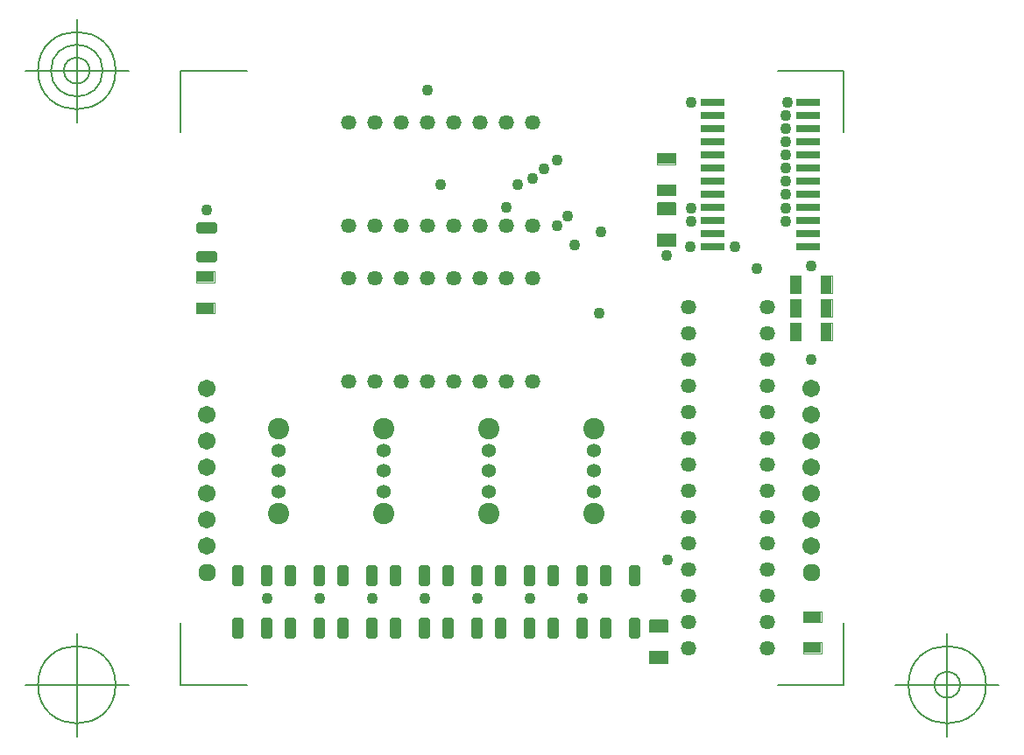
<source format=gbr>
G04 Generated by Ultiboard 11.0 *
%FSLAX25Y25*%
%MOIN*%

%ADD10C,0.00500*%
%ADD11C,0.04337*%
%ADD12C,0.05737*%
%ADD13R,0.02251X0.05834*%
%ADD14C,0.02066*%
%ADD15C,0.08099*%
%ADD16C,0.05343*%
%ADD17C,0.06734*%
%ADD18R,0.02083X0.02083*%
%ADD19C,0.04317*%
%ADD20R,0.06890X0.04134*%
%ADD21C,0.00400*%
%ADD22R,0.05834X0.02251*%
%ADD23R,0.07087X0.04528*%
%ADD24R,0.08661X0.02362*%
%ADD25R,0.04134X0.06890*%


G04 ColorRGB FF00CC for the following layer *
%LNSolder Mask Top*%
%LPD*%
%FSLAX25Y25*%
%MOIN*%
G54D10*
X2500Y-1500D02*
X2500Y21900D01*
X2500Y-1500D02*
X27750Y-1500D01*
X255000Y-1500D02*
X229750Y-1500D01*
X255000Y-1500D02*
X255000Y21900D01*
X255000Y232500D02*
X255000Y209100D01*
X255000Y232500D02*
X229750Y232500D01*
X2500Y232500D02*
X27750Y232500D01*
X2500Y232500D02*
X2500Y209100D01*
X-17185Y-1500D02*
X-56555Y-1500D01*
X-36870Y-21185D02*
X-36870Y18185D01*
X-51634Y-1500D02*
G75*
D01*
G02X-51634Y-1500I14764J0*
G01*
X274685Y-1500D02*
X314055Y-1500D01*
X294370Y-21185D02*
X294370Y18185D01*
X279606Y-1500D02*
G75*
D01*
G02X279606Y-1500I14764J0*
G01*
X289449Y-1500D02*
G75*
D01*
G02X289449Y-1500I4921J0*
G01*
X-17185Y232500D02*
X-56555Y232500D01*
X-36870Y212815D02*
X-36870Y252185D01*
X-51634Y232500D02*
G75*
D01*
G02X-51634Y232500I14764J0*
G01*
X-46713Y232500D02*
G75*
D01*
G02X-46713Y232500I9843J0*
G01*
X-41791Y232500D02*
G75*
D01*
G02X-41791Y232500I4921J0*
G01*
G54D11*
X126500Y180500D03*
X35500Y31500D03*
X55500Y31500D03*
X95500Y31500D03*
X75500Y31500D03*
X115500Y31500D03*
X12500Y179500D03*
X101500Y189000D03*
X96500Y225000D03*
X188000Y46000D03*
X155500Y31500D03*
X135500Y31500D03*
X242500Y122500D03*
X187500Y162000D03*
X136500Y191500D03*
X131000Y189000D03*
X146000Y173500D03*
X152500Y166000D03*
X150000Y177000D03*
X162000Y140000D03*
X162500Y171000D03*
X141000Y195000D03*
X146000Y198500D03*
X233000Y190500D03*
X222000Y157000D03*
X197000Y175000D03*
X196500Y165500D03*
X197000Y180000D03*
X213500Y165500D03*
X242500Y158000D03*
X233000Y175000D03*
X233000Y180000D03*
X233000Y185500D03*
X197000Y220500D03*
X233500Y220500D03*
X233000Y205500D03*
X233000Y200500D03*
X233000Y195500D03*
X233000Y215500D03*
X233000Y210500D03*
G54D12*
X126500Y114000D03*
X126500Y153370D03*
X66500Y114000D03*
X96500Y114000D03*
X76500Y114000D03*
X86500Y114000D03*
X106500Y114000D03*
X116500Y114000D03*
X66500Y153370D03*
X96500Y153370D03*
X76500Y153370D03*
X86500Y153370D03*
X106500Y153370D03*
X116500Y153370D03*
X136500Y114000D03*
X136500Y153370D03*
X126500Y173500D03*
X126500Y212870D03*
X66500Y173500D03*
X66500Y212870D03*
X96500Y173500D03*
X76500Y173500D03*
X86500Y173500D03*
X106500Y173500D03*
X116500Y173500D03*
X96500Y212870D03*
X76500Y212870D03*
X86500Y212870D03*
X106500Y212870D03*
X116500Y212870D03*
X136500Y173500D03*
X136500Y212870D03*
X196000Y62500D03*
X226000Y62500D03*
X196000Y32500D03*
X196000Y12500D03*
X196000Y22500D03*
X196000Y42500D03*
X196000Y52500D03*
X226000Y32500D03*
X226000Y12500D03*
X226000Y22500D03*
X226000Y42500D03*
X226000Y52500D03*
X196000Y92500D03*
X196000Y72500D03*
X196000Y82500D03*
X196000Y112500D03*
X196000Y102500D03*
X196000Y122500D03*
X226000Y92500D03*
X226000Y72500D03*
X226000Y82500D03*
X226000Y112500D03*
X226000Y102500D03*
X226000Y122500D03*
X196000Y142500D03*
X196000Y132500D03*
X226000Y142500D03*
X226000Y132500D03*
G54D13*
X124500Y20000D03*
X135500Y20000D03*
X124500Y40000D03*
X135500Y40000D03*
X64500Y20000D03*
X75500Y20000D03*
X64500Y40000D03*
X75500Y40000D03*
X24500Y20000D03*
X35500Y20000D03*
X24500Y40000D03*
X35500Y40000D03*
X44500Y20000D03*
X55500Y20000D03*
X44500Y40000D03*
X55500Y40000D03*
X95500Y20000D03*
X84500Y20000D03*
X95500Y40000D03*
X84500Y40000D03*
X104500Y20000D03*
X115500Y20000D03*
X104500Y40000D03*
X115500Y40000D03*
X155500Y20000D03*
X144500Y20000D03*
X155500Y40000D03*
X144500Y40000D03*
X175500Y20000D03*
X164500Y20000D03*
X175500Y40000D03*
X164500Y40000D03*
G54D14*
X123375Y17083D02*
X125625Y17083D01*
X125625Y22917D01*
X123375Y22917D01*
X123375Y17083D01*D02*
X134375Y17083D02*
X136625Y17083D01*
X136625Y22917D01*
X134375Y22917D01*
X134375Y17083D01*D02*
X123375Y37083D02*
X125625Y37083D01*
X125625Y42917D01*
X123375Y42917D01*
X123375Y37083D01*D02*
X134375Y37083D02*
X136625Y37083D01*
X136625Y42917D01*
X134375Y42917D01*
X134375Y37083D01*D02*
X63375Y17083D02*
X65625Y17083D01*
X65625Y22917D01*
X63375Y22917D01*
X63375Y17083D01*D02*
X74375Y17083D02*
X76625Y17083D01*
X76625Y22917D01*
X74375Y22917D01*
X74375Y17083D01*D02*
X63375Y37083D02*
X65625Y37083D01*
X65625Y42917D01*
X63375Y42917D01*
X63375Y37083D01*D02*
X74375Y37083D02*
X76625Y37083D01*
X76625Y42917D01*
X74375Y42917D01*
X74375Y37083D01*D02*
X23375Y17083D02*
X25625Y17083D01*
X25625Y22917D01*
X23375Y22917D01*
X23375Y17083D01*D02*
X34375Y17083D02*
X36625Y17083D01*
X36625Y22917D01*
X34375Y22917D01*
X34375Y17083D01*D02*
X23375Y37083D02*
X25625Y37083D01*
X25625Y42917D01*
X23375Y42917D01*
X23375Y37083D01*D02*
X34375Y37083D02*
X36625Y37083D01*
X36625Y42917D01*
X34375Y42917D01*
X34375Y37083D01*D02*
X43375Y17083D02*
X45625Y17083D01*
X45625Y22917D01*
X43375Y22917D01*
X43375Y17083D01*D02*
X54375Y17083D02*
X56625Y17083D01*
X56625Y22917D01*
X54375Y22917D01*
X54375Y17083D01*D02*
X43375Y37083D02*
X45625Y37083D01*
X45625Y42917D01*
X43375Y42917D01*
X43375Y37083D01*D02*
X54375Y37083D02*
X56625Y37083D01*
X56625Y42917D01*
X54375Y42917D01*
X54375Y37083D01*D02*
X94375Y17083D02*
X96625Y17083D01*
X96625Y22917D01*
X94375Y22917D01*
X94375Y17083D01*D02*
X83375Y17083D02*
X85625Y17083D01*
X85625Y22917D01*
X83375Y22917D01*
X83375Y17083D01*D02*
X94375Y37083D02*
X96625Y37083D01*
X96625Y42917D01*
X94375Y42917D01*
X94375Y37083D01*D02*
X83375Y37083D02*
X85625Y37083D01*
X85625Y42917D01*
X83375Y42917D01*
X83375Y37083D01*D02*
X103375Y17083D02*
X105625Y17083D01*
X105625Y22917D01*
X103375Y22917D01*
X103375Y17083D01*D02*
X114375Y17083D02*
X116625Y17083D01*
X116625Y22917D01*
X114375Y22917D01*
X114375Y17083D01*D02*
X103375Y37083D02*
X105625Y37083D01*
X105625Y42917D01*
X103375Y42917D01*
X103375Y37083D01*D02*
X114375Y37083D02*
X116625Y37083D01*
X116625Y42917D01*
X114375Y42917D01*
X114375Y37083D01*D02*
X9583Y160375D02*
X15417Y160375D01*
X15417Y162625D01*
X9583Y162625D01*
X9583Y160375D01*D02*
X9583Y171375D02*
X15417Y171375D01*
X15417Y173625D01*
X9583Y173625D01*
X9583Y171375D01*D02*
X154375Y17083D02*
X156625Y17083D01*
X156625Y22917D01*
X154375Y22917D01*
X154375Y17083D01*D02*
X143375Y17083D02*
X145625Y17083D01*
X145625Y22917D01*
X143375Y22917D01*
X143375Y17083D01*D02*
X154375Y37083D02*
X156625Y37083D01*
X156625Y42917D01*
X154375Y42917D01*
X154375Y37083D01*D02*
X143375Y37083D02*
X145625Y37083D01*
X145625Y42917D01*
X143375Y42917D01*
X143375Y37083D01*D02*
X174375Y17083D02*
X176625Y17083D01*
X176625Y22917D01*
X174375Y22917D01*
X174375Y17083D01*D02*
X163375Y17083D02*
X165625Y17083D01*
X165625Y22917D01*
X163375Y22917D01*
X163375Y17083D01*D02*
X174375Y37083D02*
X176625Y37083D01*
X176625Y42917D01*
X174375Y42917D01*
X174375Y37083D01*D02*
X163375Y37083D02*
X165625Y37083D01*
X165625Y42917D01*
X163375Y42917D01*
X163375Y37083D01*D02*
G54D15*
X120000Y63858D03*
X120000Y96142D03*
X40000Y63858D03*
X40000Y96142D03*
X80000Y63858D03*
X80000Y96142D03*
X160000Y63858D03*
X160000Y96142D03*
G54D16*
X120000Y80000D03*
X120000Y72126D03*
X120000Y87874D03*
X40000Y80000D03*
X40000Y72126D03*
X40000Y87874D03*
X80000Y87874D03*
X80000Y72126D03*
X80000Y80000D03*
X160000Y87874D03*
X160000Y72126D03*
X160000Y80000D03*
G54D17*
X12500Y61500D03*
X12500Y51500D03*
X12500Y91500D03*
X12500Y71500D03*
X12500Y81500D03*
X12500Y111500D03*
X12500Y101500D03*
X242500Y61500D03*
X242500Y51500D03*
X242500Y91500D03*
X242500Y81500D03*
X242500Y71500D03*
X242500Y111500D03*
X242500Y101500D03*
G54D18*
X12500Y41500D03*
X242500Y41500D03*
G54D19*
X11459Y40459D02*
X13541Y40459D01*
X13541Y42541D01*
X11459Y42541D01*
X11459Y40459D01*D02*
X241459Y40459D02*
X243541Y40459D01*
X243541Y42541D01*
X241459Y42541D01*
X241459Y40459D01*D02*
G54D20*
X12000Y153906D03*
X12000Y142094D03*
X243000Y12594D03*
X243000Y24406D03*
X187500Y198906D03*
X187500Y187094D03*
G54D21*
X8555Y151839D02*
X15445Y151839D01*
X15445Y155973D01*
X8555Y155973D01*
X8555Y151839D01*D02*
X8555Y140027D02*
X15445Y140027D01*
X15445Y144161D01*
X8555Y144161D01*
X8555Y140027D01*D02*
X180957Y6830D02*
X188043Y6830D01*
X188043Y11358D01*
X180957Y11358D01*
X180957Y6830D01*D02*
X180957Y18642D02*
X188043Y18642D01*
X188043Y23170D01*
X180957Y23170D01*
X180957Y18642D01*D02*
X239555Y10527D02*
X246445Y10527D01*
X246445Y14661D01*
X239555Y14661D01*
X239555Y10527D01*D02*
X239555Y22339D02*
X246445Y22339D01*
X246445Y26473D01*
X239555Y26473D01*
X239555Y22339D01*D02*
X184055Y196839D02*
X190945Y196839D01*
X190945Y200973D01*
X184055Y200973D01*
X184055Y196839D01*D02*
X184055Y185027D02*
X190945Y185027D01*
X190945Y189161D01*
X184055Y189161D01*
X184055Y185027D01*D02*
X183957Y165830D02*
X191043Y165830D01*
X191043Y170358D01*
X183957Y170358D01*
X183957Y165830D01*D02*
X183957Y177642D02*
X191043Y177642D01*
X191043Y182170D01*
X183957Y182170D01*
X183957Y177642D01*D02*
X200560Y189319D02*
X209220Y189319D01*
X209220Y191681D01*
X200560Y191681D01*
X200560Y189319D01*D02*
X236780Y189319D02*
X245440Y189319D01*
X245440Y191681D01*
X236780Y191681D01*
X236780Y189319D01*D02*
X200560Y174319D02*
X209220Y174319D01*
X209220Y176681D01*
X200560Y176681D01*
X200560Y174319D01*D02*
X200560Y169319D02*
X209220Y169319D01*
X209220Y171681D01*
X200560Y171681D01*
X200560Y169319D01*D02*
X200560Y164319D02*
X209220Y164319D01*
X209220Y166681D01*
X200560Y166681D01*
X200560Y164319D01*D02*
X200560Y184319D02*
X209220Y184319D01*
X209220Y186681D01*
X200560Y186681D01*
X200560Y184319D01*D02*
X200560Y179319D02*
X209220Y179319D01*
X209220Y181681D01*
X200560Y181681D01*
X200560Y179319D01*D02*
X236780Y169319D02*
X245440Y169319D01*
X245440Y171681D01*
X236780Y171681D01*
X236780Y169319D01*D02*
X236780Y164319D02*
X245440Y164319D01*
X245440Y166681D01*
X236780Y166681D01*
X236780Y164319D01*D02*
X236780Y174319D02*
X245440Y174319D01*
X245440Y176681D01*
X236780Y176681D01*
X236780Y174319D01*D02*
X236780Y184319D02*
X245440Y184319D01*
X245440Y186681D01*
X236780Y186681D01*
X236780Y184319D01*D02*
X236780Y179319D02*
X245440Y179319D01*
X245440Y181681D01*
X236780Y181681D01*
X236780Y179319D01*D02*
X200560Y219319D02*
X209220Y219319D01*
X209220Y221681D01*
X200560Y221681D01*
X200560Y219319D01*D02*
X200560Y204319D02*
X209220Y204319D01*
X209220Y206681D01*
X200560Y206681D01*
X200560Y204319D01*D02*
X200560Y199319D02*
X209220Y199319D01*
X209220Y201681D01*
X200560Y201681D01*
X200560Y199319D01*D02*
X200560Y194319D02*
X209220Y194319D01*
X209220Y196681D01*
X200560Y196681D01*
X200560Y194319D01*D02*
X200560Y214319D02*
X209220Y214319D01*
X209220Y216681D01*
X200560Y216681D01*
X200560Y214319D01*D02*
X200560Y209319D02*
X209220Y209319D01*
X209220Y211681D01*
X200560Y211681D01*
X200560Y209319D01*D02*
X236780Y219319D02*
X245440Y219319D01*
X245440Y221681D01*
X236780Y221681D01*
X236780Y219319D01*D02*
X236780Y204319D02*
X245440Y204319D01*
X245440Y206681D01*
X236780Y206681D01*
X236780Y204319D01*D02*
X236780Y199319D02*
X245440Y199319D01*
X245440Y201681D01*
X236780Y201681D01*
X236780Y199319D01*D02*
X236780Y194319D02*
X245440Y194319D01*
X245440Y196681D01*
X236780Y196681D01*
X236780Y194319D01*D02*
X236780Y214319D02*
X245440Y214319D01*
X245440Y216681D01*
X236780Y216681D01*
X236780Y214319D01*D02*
X236780Y209319D02*
X245440Y209319D01*
X245440Y211681D01*
X236780Y211681D01*
X236780Y209319D01*D02*
X234527Y129555D02*
X238661Y129555D01*
X238661Y136445D01*
X234527Y136445D01*
X234527Y129555D01*D02*
X246339Y129555D02*
X250473Y129555D01*
X250473Y136445D01*
X246339Y136445D01*
X246339Y129555D01*D02*
X234527Y138555D02*
X238661Y138555D01*
X238661Y145445D01*
X234527Y145445D01*
X234527Y138555D01*D02*
X246339Y138555D02*
X250473Y138555D01*
X250473Y145445D01*
X246339Y145445D01*
X246339Y138555D01*D02*
X234527Y147555D02*
X238661Y147555D01*
X238661Y154445D01*
X234527Y154445D01*
X234527Y147555D01*D02*
X246339Y147555D02*
X250473Y147555D01*
X250473Y154445D01*
X246339Y154445D01*
X246339Y147555D01*D02*
G54D22*
X12500Y161500D03*
X12500Y172500D03*
G54D23*
X184500Y9094D03*
X184500Y20906D03*
X187500Y168094D03*
X187500Y179906D03*
G54D24*
X204890Y190500D03*
X241110Y190500D03*
X204890Y175500D03*
X204890Y170500D03*
X204890Y165500D03*
X204890Y185500D03*
X204890Y180500D03*
X241110Y170500D03*
X241110Y165500D03*
X241110Y175500D03*
X241110Y185500D03*
X241110Y180500D03*
X204890Y220500D03*
X204890Y205500D03*
X204890Y200500D03*
X204890Y195500D03*
X204890Y215500D03*
X204890Y210500D03*
X241110Y220500D03*
X241110Y205500D03*
X241110Y200500D03*
X241110Y195500D03*
X241110Y215500D03*
X241110Y210500D03*
G54D25*
X236594Y133000D03*
X248406Y133000D03*
X236594Y142000D03*
X248406Y142000D03*
X236594Y151000D03*
X248406Y151000D03*

M00*

</source>
